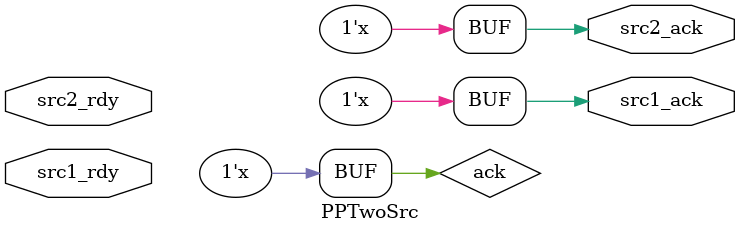
<source format=v>
module PPForward(
	input      clk,
	input      rst,
	input      src_rdy,
	output reg src_ack,
	output reg dst_rdy,
	input      dst_ack
);

reg dst_rdy_w;
always@* begin
	src_ack = src_rdy && (dst_ack || !dst_rdy);
	dst_rdy_w = src_rdy || (dst_rdy && !dst_ack);
end

always @(posedge clk or negedge rst) begin
	if (!rst) begin
		dst_rdy <= 1'b0;
	end else if (dst_rdy != dst_rdy_w) begin
		dst_rdy <= dst_rdy_w;
	end
end

endmodule

//////////

module PPTwoSrc(
	input      src1_rdy,
	output reg src1_ack,
	input      src2_rdy,
	output reg src2_ack
);

reg ack;
always@* begin
	ack = src1_ack && src2_ack;
	src1_ack = ack;
	src2_ack = ack;
end

endmodule

</source>
